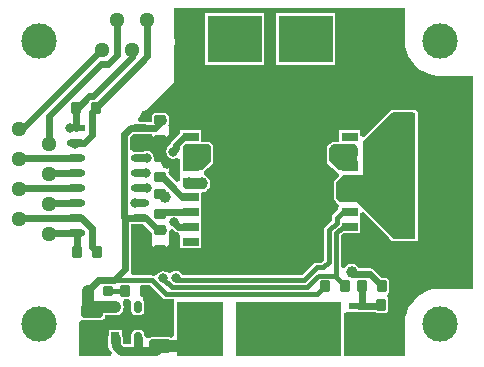
<source format=gtl>
G04*
G04 #@! TF.GenerationSoftware,Altium Limited,Altium Designer,18.1.7 (191)*
G04*
G04 Layer_Physical_Order=1*
G04 Layer_Color=255*
%FSLAX24Y24*%
%MOIN*%
G70*
G01*
G75*
%ADD34R,0.1575X0.1811*%
G04:AMPARAMS|DCode=35|XSize=70.9mil|YSize=45.3mil|CornerRadius=5.7mil|HoleSize=0mil|Usage=FLASHONLY|Rotation=0.000|XOffset=0mil|YOffset=0mil|HoleType=Round|Shape=RoundedRectangle|*
%AMROUNDEDRECTD35*
21,1,0.0709,0.0340,0,0,0.0*
21,1,0.0595,0.0453,0,0,0.0*
1,1,0.0113,0.0298,-0.0170*
1,1,0.0113,-0.0298,-0.0170*
1,1,0.0113,-0.0298,0.0170*
1,1,0.0113,0.0298,0.0170*
%
%ADD35ROUNDEDRECTD35*%
G04:AMPARAMS|DCode=36|XSize=31.5mil|YSize=39.4mil|CornerRadius=3.9mil|HoleSize=0mil|Usage=FLASHONLY|Rotation=180.000|XOffset=0mil|YOffset=0mil|HoleType=Round|Shape=RoundedRectangle|*
%AMROUNDEDRECTD36*
21,1,0.0315,0.0315,0,0,180.0*
21,1,0.0236,0.0394,0,0,180.0*
1,1,0.0079,-0.0118,0.0157*
1,1,0.0079,0.0118,0.0157*
1,1,0.0079,0.0118,-0.0157*
1,1,0.0079,-0.0118,-0.0157*
%
%ADD36ROUNDEDRECTD36*%
G04:AMPARAMS|DCode=37|XSize=39.4mil|YSize=35.4mil|CornerRadius=4.4mil|HoleSize=0mil|Usage=FLASHONLY|Rotation=270.000|XOffset=0mil|YOffset=0mil|HoleType=Round|Shape=RoundedRectangle|*
%AMROUNDEDRECTD37*
21,1,0.0394,0.0266,0,0,270.0*
21,1,0.0305,0.0354,0,0,270.0*
1,1,0.0089,-0.0133,-0.0153*
1,1,0.0089,-0.0133,0.0153*
1,1,0.0089,0.0133,0.0153*
1,1,0.0089,0.0133,-0.0153*
%
%ADD37ROUNDEDRECTD37*%
%ADD38R,0.1820X0.1780*%
%ADD39R,0.0650X0.0240*%
G04:AMPARAMS|DCode=40|XSize=31.5mil|YSize=31.5mil|CornerRadius=3.9mil|HoleSize=0mil|Usage=FLASHONLY|Rotation=0.000|XOffset=0mil|YOffset=0mil|HoleType=Round|Shape=RoundedRectangle|*
%AMROUNDEDRECTD40*
21,1,0.0315,0.0236,0,0,0.0*
21,1,0.0236,0.0315,0,0,0.0*
1,1,0.0079,0.0118,-0.0118*
1,1,0.0079,-0.0118,-0.0118*
1,1,0.0079,-0.0118,0.0118*
1,1,0.0079,0.0118,0.0118*
%
%ADD40ROUNDEDRECTD40*%
G04:AMPARAMS|DCode=41|XSize=39.4mil|YSize=26mil|CornerRadius=6.5mil|HoleSize=0mil|Usage=FLASHONLY|Rotation=90.000|XOffset=0mil|YOffset=0mil|HoleType=Round|Shape=RoundedRectangle|*
%AMROUNDEDRECTD41*
21,1,0.0394,0.0130,0,0,90.0*
21,1,0.0264,0.0260,0,0,90.0*
1,1,0.0130,0.0065,0.0132*
1,1,0.0130,0.0065,-0.0132*
1,1,0.0130,-0.0065,-0.0132*
1,1,0.0130,-0.0065,0.0132*
%
%ADD41ROUNDEDRECTD41*%
%ADD42R,0.0260X0.0394*%
G04:AMPARAMS|DCode=43|XSize=39.4mil|YSize=35.4mil|CornerRadius=4.4mil|HoleSize=0mil|Usage=FLASHONLY|Rotation=180.000|XOffset=0mil|YOffset=0mil|HoleType=Round|Shape=RoundedRectangle|*
%AMROUNDEDRECTD43*
21,1,0.0394,0.0266,0,0,180.0*
21,1,0.0305,0.0354,0,0,180.0*
1,1,0.0089,-0.0153,0.0133*
1,1,0.0089,0.0153,0.0133*
1,1,0.0089,0.0153,-0.0133*
1,1,0.0089,-0.0153,-0.0133*
%
%ADD43ROUNDEDRECTD43*%
%ADD44O,0.0610X0.0236*%
%ADD45R,0.0610X0.0236*%
%ADD46R,0.1811X0.1575*%
%ADD47R,0.0551X0.0276*%
%ADD48C,0.0236*%
%ADD49C,0.0394*%
%ADD50C,0.0315*%
%ADD51C,0.0157*%
%ADD52C,0.0512*%
%ADD53C,0.1181*%
G04:AMPARAMS|DCode=54|XSize=78.7mil|YSize=78.7mil|CornerRadius=9.8mil|HoleSize=0mil|Usage=FLASHONLY|Rotation=0.000|XOffset=0mil|YOffset=0mil|HoleType=Round|Shape=RoundedRectangle|*
%AMROUNDEDRECTD54*
21,1,0.0787,0.0591,0,0,0.0*
21,1,0.0591,0.0787,0,0,0.0*
1,1,0.0197,0.0295,-0.0295*
1,1,0.0197,-0.0295,-0.0295*
1,1,0.0197,-0.0295,0.0295*
1,1,0.0197,0.0295,0.0295*
%
%ADD54ROUNDEDRECTD54*%
%ADD55C,0.0787*%
%ADD56C,0.0394*%
%ADD57C,0.0315*%
G36*
X11733Y7165D02*
X11811Y7087D01*
X11811Y6299D01*
X11181D01*
X10866Y6614D01*
X10866Y7048D01*
X10984Y7165D01*
X11733Y7165D01*
D02*
G37*
G36*
X6929Y7087D02*
Y6614D01*
X6614Y6299D01*
X5984Y6299D01*
X5984Y7076D01*
X6074Y7165D01*
X6850Y7165D01*
X6929Y7087D01*
D02*
G37*
G36*
X6693Y6063D02*
X6811Y5945D01*
X6811Y5787D01*
X6693Y5670D01*
X6102D01*
X5984Y5787D01*
Y6063D01*
X6693Y6063D01*
D02*
G37*
G36*
X13740Y4016D02*
X13032Y4016D01*
X11902Y5145D01*
Y5148D01*
X11900D01*
X11811Y5236D01*
X11220Y5236D01*
X11102Y5354D01*
X11102Y5906D01*
X11339Y6142D01*
X12008D01*
X12008Y7283D01*
X12953Y8228D01*
X13740Y8228D01*
X13740Y4016D01*
D02*
G37*
G36*
X13386Y10630D02*
X13388Y10553D01*
X13409Y10400D01*
X13449Y10250D01*
X13508Y10108D01*
X13585Y9974D01*
X13679Y9851D01*
X13788Y9742D01*
X13911Y9648D01*
X14045Y9571D01*
X14187Y9512D01*
X14337Y9472D01*
X14490Y9451D01*
X14567Y9449D01*
X15648Y9449D01*
Y2362D01*
X14567Y2362D01*
X14567Y2362D01*
X14490Y2360D01*
X14336Y2339D01*
X14187Y2299D01*
X14045Y2240D01*
X13911Y2163D01*
X13788Y2069D01*
X13679Y1960D01*
X13585Y1837D01*
X13508Y1703D01*
X13449Y1561D01*
X13409Y1412D01*
X13388Y1258D01*
X13386Y1181D01*
Y100D01*
X11356D01*
Y1557D01*
X11466Y1575D01*
Y1575D01*
X11860D01*
X11870Y1573D01*
X12418D01*
X12434Y1562D01*
X12480Y1553D01*
X12717D01*
X12763Y1562D01*
X12802Y1588D01*
X12828Y1627D01*
X12837Y1673D01*
Y1988D01*
X12828Y2034D01*
X12814Y2055D01*
X12808Y2099D01*
X12832Y2195D01*
X12840Y2200D01*
X12867Y2240D01*
X12876Y2288D01*
Y2594D01*
X12867Y2642D01*
X12840Y2682D01*
X12799Y2709D01*
X12751Y2719D01*
X12624D01*
X12366Y2977D01*
X12301Y3020D01*
X12224Y3035D01*
X11862D01*
X11855Y3052D01*
X11811Y3110D01*
X11753Y3154D01*
X11686Y3182D01*
X11614Y3191D01*
X11542Y3182D01*
X11475Y3154D01*
X11418Y3110D01*
X11373Y3052D01*
X11372Y3049D01*
X11254Y3072D01*
Y4137D01*
X11331Y4215D01*
X11902D01*
Y4648D01*
X11902Y4648D01*
Y4715D01*
X11902D01*
X11902Y4766D01*
Y4877D01*
X12011Y4923D01*
X12859Y4075D01*
X12865Y4045D01*
X12904Y3986D01*
X12962Y3947D01*
X13031Y3934D01*
X13622D01*
X13632Y3935D01*
X13740D01*
X13771Y3942D01*
X13797Y3959D01*
X13814Y3985D01*
X13820Y4016D01*
X13820Y8224D01*
X13820Y8228D01*
X13820Y8228D01*
X13814Y8259D01*
X13797Y8285D01*
X13771Y8303D01*
X13740Y8309D01*
X13740Y8309D01*
X13736Y8309D01*
X13632D01*
X13622Y8311D01*
X13031D01*
X13022Y8309D01*
X12953D01*
X12953Y8309D01*
X12922Y8303D01*
X12896Y8285D01*
X12896Y8285D01*
X12020Y7409D01*
X11902Y7458D01*
Y7648D01*
X11193D01*
Y7245D01*
X11072Y7245D01*
X11063Y7246D01*
X11054Y7245D01*
X10984D01*
X10953Y7239D01*
X10927Y7222D01*
X10927Y7222D01*
X10884Y7178D01*
X10866Y7165D01*
X10853Y7148D01*
X10810Y7104D01*
X10792Y7078D01*
X10786Y7048D01*
Y6977D01*
X10785Y6969D01*
X10786Y6960D01*
X10786Y6614D01*
X10792Y6583D01*
X10810Y6557D01*
X10810Y6557D01*
X10971Y6395D01*
X10985Y6378D01*
X11002Y6365D01*
X11124Y6242D01*
X11124Y6242D01*
X11129Y6239D01*
X11183Y6163D01*
X11184Y6104D01*
X11184Y6100D01*
X11046Y5962D01*
X11028Y5936D01*
X11022Y5906D01*
X11022Y5439D01*
X11021Y5433D01*
X11022Y5427D01*
Y5354D01*
X11022Y5354D01*
X11028Y5324D01*
X11046Y5298D01*
X11090Y5254D01*
X11103Y5237D01*
X11110Y5231D01*
X11191Y5150D01*
X11191Y5111D01*
X11172Y5011D01*
X11001Y4840D01*
X10966Y4788D01*
X10954Y4726D01*
X10954Y4726D01*
Y4625D01*
X10744Y4415D01*
X10709Y4363D01*
X10697Y4301D01*
X10697Y4301D01*
Y3325D01*
X10603Y3231D01*
X10453D01*
X10392Y3219D01*
X10340Y3184D01*
X10340Y3184D01*
X9954Y2798D01*
X5973D01*
X5971Y2809D01*
X5918Y2887D01*
X5840Y2939D01*
X5748Y2957D01*
X5656Y2939D01*
X5623Y2917D01*
X5553Y2892D01*
X5453Y2913D01*
X5430Y2928D01*
X5338Y2947D01*
X5246Y2928D01*
X5168Y2876D01*
X5144Y2841D01*
X5110Y2798D01*
X4994Y2792D01*
X4961Y2798D01*
X4961Y2798D01*
X4308D01*
X4245Y2916D01*
X4250Y2925D01*
X4266Y3002D01*
Y4516D01*
X4671D01*
X4958Y4228D01*
Y4178D01*
X4966Y4139D01*
X4961Y4134D01*
Y3819D01*
X5039Y3740D01*
X5433D01*
X5512Y3819D01*
Y4134D01*
X5506Y4139D01*
X5514Y4178D01*
Y4271D01*
X5599Y4334D01*
X5616Y4338D01*
X5632Y4341D01*
X5655Y4337D01*
X5703Y4289D01*
X5768Y4246D01*
X5820Y4235D01*
X5872Y4173D01*
X5893Y4129D01*
X5893Y4096D01*
Y3715D01*
X6602D01*
Y4096D01*
X6602Y4181D01*
X6602Y4266D01*
Y4596D01*
X6602Y4648D01*
X6602D01*
Y4715D01*
X6602D01*
Y5148D01*
X6602D01*
Y5215D01*
X6602D01*
Y5472D01*
X6614Y5588D01*
X6623Y5589D01*
X6693D01*
X6724Y5595D01*
X6750Y5613D01*
X6750Y5613D01*
X6794Y5656D01*
X6811Y5670D01*
X6824Y5687D01*
X6867Y5730D01*
X6885Y5756D01*
X6891Y5787D01*
Y5858D01*
X6892Y5866D01*
X6891Y5875D01*
Y5945D01*
X6891Y5945D01*
X6885Y5976D01*
X6867Y6002D01*
X6867Y6002D01*
X6824Y6046D01*
X6811Y6063D01*
X6794Y6076D01*
X6750Y6120D01*
X6750Y6120D01*
X6724Y6137D01*
X6695Y6194D01*
X6691Y6210D01*
X6690Y6261D01*
X6794Y6365D01*
X6811Y6378D01*
X6824Y6395D01*
X6986Y6557D01*
X7003Y6583D01*
X7009Y6614D01*
Y6962D01*
X7010Y6969D01*
X7009Y6975D01*
Y7087D01*
X7009Y7087D01*
X7003Y7117D01*
X6986Y7143D01*
X6986Y7143D01*
X6907Y7222D01*
X6881Y7240D01*
X6850Y7246D01*
X6739D01*
X6732Y7246D01*
X6726Y7246D01*
X6602D01*
Y7648D01*
X5893D01*
Y7552D01*
X5633Y7292D01*
X5590Y7227D01*
X5574Y7150D01*
Y7150D01*
X5499Y7099D01*
X5447Y7021D01*
X5428Y6929D01*
X5447Y6837D01*
X5499Y6759D01*
X5577Y6707D01*
X5669Y6688D01*
X5761Y6707D01*
X5775Y6716D01*
X5809Y6715D01*
X5893Y6666D01*
Y6648D01*
X5893D01*
Y6266D01*
X5893Y6181D01*
X5893Y6096D01*
Y5961D01*
X5775Y5912D01*
X5620Y6067D01*
X5603Y6078D01*
X5514Y6167D01*
Y6216D01*
X5506Y6255D01*
X5512Y6260D01*
Y6575D01*
X5433Y6654D01*
X5136D01*
X5028Y6717D01*
X5010Y6809D01*
X4958Y6887D01*
X4880Y6939D01*
X4787Y6957D01*
X4695Y6939D01*
X4663Y6917D01*
X4380D01*
X4354Y6912D01*
X4250Y6980D01*
X4236Y6999D01*
Y7417D01*
X4335Y7516D01*
X4961D01*
Y7480D01*
X5039Y7402D01*
X5433D01*
X5512Y7480D01*
Y7795D01*
X5506Y7801D01*
X5514Y7840D01*
Y7965D01*
X5516Y7972D01*
X5514Y7980D01*
Y8105D01*
X5505Y8153D01*
X5477Y8194D01*
X5437Y8221D01*
X5389Y8231D01*
X5084D01*
X5036Y8221D01*
X4995Y8194D01*
X4968Y8153D01*
X4958Y8105D01*
Y7917D01*
X4528D01*
X4483Y8026D01*
X5709Y9252D01*
X5709Y10469D01*
X5719Y10493D01*
X5732Y10591D01*
X5719Y10688D01*
X5709Y10712D01*
X5709Y11711D01*
X13386D01*
Y10630D01*
D02*
G37*
G36*
X4965Y2406D02*
X4965Y2406D01*
X5319Y2052D01*
X5372Y2017D01*
X5433Y2005D01*
X5433Y2005D01*
X5709D01*
Y768D01*
X5591Y728D01*
X5587Y730D01*
X5534Y741D01*
X4938D01*
X4886Y730D01*
X4847Y705D01*
X4809Y706D01*
X4723Y737D01*
X4711Y801D01*
X4700Y817D01*
Y841D01*
X4689Y897D01*
X4657Y944D01*
X4609Y976D01*
X4553Y987D01*
X4423D01*
X4367Y976D01*
X4320Y944D01*
X4288Y897D01*
X4277Y841D01*
Y817D01*
X4266Y801D01*
X4247Y709D01*
Y516D01*
X4024D01*
X3989Y552D01*
Y701D01*
X3971Y793D01*
X3949Y825D01*
Y984D01*
X3532D01*
Y822D01*
X3518Y801D01*
X3499Y709D01*
X3507Y669D01*
Y452D01*
X3526Y360D01*
X3578Y282D01*
X3641Y218D01*
X3592Y100D01*
X2520D01*
Y1230D01*
X2543Y1254D01*
X2638Y1310D01*
X2655Y1306D01*
X3250D01*
X3303Y1317D01*
X3348Y1347D01*
X3378Y1392D01*
X3388Y1444D01*
Y1466D01*
X3673D01*
X3675Y1466D01*
X3805D01*
X3861Y1477D01*
X3909Y1509D01*
X3933Y1544D01*
X3937Y1548D01*
X3981Y1605D01*
X4009Y1672D01*
X4018Y1744D01*
X4009Y1816D01*
X3981Y1883D01*
X3978Y1887D01*
X4036Y2005D01*
X4195D01*
X4227Y1980D01*
X4273Y1920D01*
X4279Y1890D01*
X4277Y1876D01*
Y1612D01*
X4288Y1556D01*
X4320Y1509D01*
X4367Y1477D01*
X4423Y1466D01*
X4553D01*
X4609Y1477D01*
X4657Y1509D01*
X4689Y1556D01*
X4700Y1612D01*
Y1876D01*
X4689Y1932D01*
X4657Y1980D01*
X4646Y2087D01*
Y2477D01*
X4894D01*
X4965Y2406D01*
D02*
G37*
G36*
X11260Y118D02*
X7756D01*
Y1929D01*
X11260D01*
Y118D01*
D02*
G37*
%LPC*%
G36*
X11063Y11535D02*
X9094D01*
Y9803D01*
X11063D01*
Y11535D01*
D02*
G37*
G36*
X8701D02*
X6732D01*
Y9803D01*
X8701D01*
Y11535D01*
D02*
G37*
%LPD*%
D34*
X6575Y1024D02*
D03*
X8543D02*
D03*
D35*
X2953Y433D02*
D03*
Y1614D02*
D03*
X5236Y433D02*
D03*
Y1614D02*
D03*
D36*
X12598Y1831D02*
D03*
Y374D02*
D03*
D37*
X11949Y2441D02*
D03*
X12618D02*
D03*
X11398D02*
D03*
X10728D02*
D03*
X4744Y2283D02*
D03*
X4075D02*
D03*
X2461Y3583D02*
D03*
X3130D02*
D03*
X3091Y8386D02*
D03*
X2421D02*
D03*
D38*
X10367Y1024D02*
D03*
D39*
X11870Y1774D02*
D03*
Y1274D02*
D03*
Y774D02*
D03*
Y274D02*
D03*
D40*
X2815Y2283D02*
D03*
X3484D02*
D03*
D41*
X4488Y1744D02*
D03*
X3740D02*
D03*
X4488Y709D02*
D03*
X4114D02*
D03*
D42*
X3740D02*
D03*
D43*
X5236Y3642D02*
D03*
Y4311D02*
D03*
Y5531D02*
D03*
Y4862D02*
D03*
Y6083D02*
D03*
Y6752D02*
D03*
Y7303D02*
D03*
Y7972D02*
D03*
D44*
X4567Y4217D02*
D03*
Y4717D02*
D03*
Y5217D02*
D03*
Y5717D02*
D03*
Y6217D02*
D03*
Y6717D02*
D03*
Y7217D02*
D03*
Y7717D02*
D03*
X2441Y4217D02*
D03*
Y4717D02*
D03*
Y5217D02*
D03*
Y5717D02*
D03*
Y6217D02*
D03*
Y6717D02*
D03*
Y7217D02*
D03*
D45*
Y7717D02*
D03*
D46*
X7717Y10669D02*
D03*
X10079D02*
D03*
D47*
X11548Y3931D02*
D03*
Y4431D02*
D03*
Y4931D02*
D03*
Y5431D02*
D03*
Y5931D02*
D03*
Y6431D02*
D03*
Y6931D02*
D03*
Y7431D02*
D03*
Y7931D02*
D03*
Y8431D02*
D03*
X6248D02*
D03*
Y7931D02*
D03*
Y7431D02*
D03*
Y6931D02*
D03*
Y6431D02*
D03*
Y5931D02*
D03*
Y5431D02*
D03*
Y4931D02*
D03*
Y4431D02*
D03*
Y3931D02*
D03*
X8898Y6181D02*
D03*
D48*
X5709Y4567D02*
X5844Y4431D01*
X6248D01*
X5775Y7150D02*
X6066Y7441D01*
X5775Y7035D02*
Y7150D01*
X5669Y6929D02*
X5775Y7035D01*
X6066Y7441D02*
X6234D01*
X535Y4673D02*
X579Y4717D01*
X2441D01*
X535Y5673D02*
X579Y5717D01*
X2441D01*
X535Y6673D02*
X579Y6717D01*
X2441D01*
X1535Y6173D02*
X1579Y6217D01*
X2441D01*
X2421Y8386D02*
X2441Y8366D01*
Y7217D02*
X2689D01*
X2953Y7480D01*
Y8248D01*
X3091Y8386D01*
X1535Y7173D02*
Y8126D01*
X535Y7673D02*
X637D01*
X2421Y8386D02*
X2475D01*
X2717Y8627D01*
Y8638D01*
X2858Y8780D01*
X4803Y10098D02*
Y11299D01*
X3091Y8386D02*
X4803Y10098D01*
X637Y7673D02*
X3263Y10299D01*
X3303D01*
X1535Y8126D02*
X3255Y9846D01*
X3491D01*
X3803Y10159D01*
Y11299D01*
X2858Y8780D02*
X2992D01*
X4303Y10091D01*
Y10299D01*
X2402Y7177D02*
X2441Y7217D01*
X1535Y4173D02*
X1579Y4217D01*
X2441D01*
X2461Y3583D02*
Y4197D01*
X2441Y4217D02*
X2461Y4197D01*
X2441Y4717D02*
X2606D01*
X2953Y4370D01*
Y3760D02*
Y4370D01*
Y3760D02*
X3130Y3583D01*
X5709Y5689D02*
X5967Y5431D01*
X6248D01*
X5315Y4862D02*
X5384Y4931D01*
X6248D01*
X4567Y7717D02*
X5059D01*
X6238Y7441D02*
X6248Y7431D01*
X11870Y1774D02*
X11949Y1852D01*
Y2441D01*
X11870Y1774D02*
X12598D01*
X6234Y7441D02*
X6236Y7439D01*
X5315Y6083D02*
X5472Y5925D01*
X5478D01*
X5709Y5695D01*
Y5689D02*
Y5695D01*
X6236Y7439D02*
X6238Y7441D01*
X11614Y2913D02*
X11693Y2835D01*
X12224D01*
X12618Y2441D01*
X4252Y7717D02*
X4567D01*
X4073Y4717D02*
X4567D01*
X4065Y4724D02*
X4073Y4717D01*
X4065Y3002D02*
Y4724D01*
X3701Y2638D02*
X4065Y3002D01*
X3169Y2638D02*
X3701D01*
X2815Y2283D02*
X3169Y2638D01*
X4754Y4717D02*
X5159Y4311D01*
X4567Y4717D02*
X4754D01*
X1579Y5217D02*
X2441D01*
X1535Y5173D02*
X1579Y5217D01*
X4035Y4754D02*
X4065Y4724D01*
X4035Y4754D02*
Y7500D01*
X4252Y7717D01*
X5159Y4311D02*
X5236D01*
X5315D01*
X5059Y7717D02*
X5315Y7972D01*
X2441Y7717D02*
Y8366D01*
D49*
X3083Y1744D02*
X3740D01*
X2953Y1614D02*
X3083Y1744D01*
X6575Y433D02*
Y1024D01*
X2815Y1752D02*
Y2283D01*
Y1752D02*
X2953Y1614D01*
X5236Y433D02*
X6575D01*
D50*
X4567Y276D02*
X5079D01*
X3924D02*
X4567D01*
X4488Y354D02*
X4567Y276D01*
X4488Y354D02*
Y709D01*
X3740D02*
X3748Y701D01*
Y452D02*
Y701D01*
Y452D02*
X3924Y276D01*
X5079D02*
X5236Y433D01*
D51*
X5315Y4862D02*
Y4931D01*
X6248Y7431D02*
Y7441D01*
X11093Y4204D02*
X11321Y4431D01*
X11548D01*
X3484Y2283D02*
X4075D01*
X4567Y6217D02*
X4760D01*
X4390Y5217D02*
X4567D01*
X3701Y2638D02*
X4961D01*
X5079Y2520D01*
Y2520D02*
Y2520D01*
Y2520D02*
X5433Y2165D01*
X5338Y2681D02*
Y2706D01*
Y2681D02*
X5618Y2402D01*
X10669Y3071D02*
X10857Y3259D01*
Y4301D01*
X11115Y4559D01*
Y4726D01*
X11319Y4931D01*
X11548D01*
X5748Y2717D02*
X5827Y2638D01*
X5433Y2165D02*
X10453D01*
X10728Y2441D01*
X5618Y2402D02*
X10118D01*
X5827Y2638D02*
X10020D01*
X10453Y3071D01*
X10669D01*
X10118Y2402D02*
X10462Y2745D01*
X10462D01*
X10512Y2795D01*
X11043D01*
X11093Y2745D02*
Y4204D01*
Y2745D02*
X11398Y2441D01*
D52*
X3303Y10299D02*
D03*
X3803Y11299D02*
D03*
X4303Y10299D02*
D03*
X4803Y11299D02*
D03*
X1535Y4173D02*
D03*
X535Y4673D02*
D03*
X1535Y5173D02*
D03*
X535Y5673D02*
D03*
X1535Y6173D02*
D03*
X535Y6673D02*
D03*
X1535Y7173D02*
D03*
X535Y7673D02*
D03*
D53*
X1181Y10630D02*
D03*
X14567D02*
D03*
Y1181D02*
D03*
X1181D02*
D03*
D54*
X13327Y7835D02*
D03*
Y4409D02*
D03*
D55*
X14705Y7835D02*
D03*
Y4409D02*
D03*
D56*
X12992Y11417D02*
D03*
X11811D02*
D03*
X6024D02*
D03*
X8898Y6181D02*
D03*
X13150Y354D02*
D03*
X12638D02*
D03*
X12126D02*
D03*
X11614D02*
D03*
X13150Y827D02*
D03*
X12638D02*
D03*
X12126D02*
D03*
X11614D02*
D03*
X13150Y1299D02*
D03*
X12638D02*
D03*
X12126D02*
D03*
X11614D02*
D03*
X11732Y5433D02*
D03*
X11299D02*
D03*
X11417Y5827D02*
D03*
X11850D02*
D03*
X7087Y1654D02*
D03*
X6575D02*
D03*
X6063D02*
D03*
X11063Y6969D02*
D03*
X11181Y6575D02*
D03*
X11614D02*
D03*
X11496Y6969D02*
D03*
X10709Y10157D02*
D03*
X6181Y6575D02*
D03*
X6063Y394D02*
D03*
X5472Y1614D02*
D03*
X5000D02*
D03*
X3189Y394D02*
D03*
X2717D02*
D03*
X8898Y5394D02*
D03*
Y4606D02*
D03*
Y3819D02*
D03*
Y6969D02*
D03*
Y7756D02*
D03*
Y8543D02*
D03*
X8110Y6181D02*
D03*
X9685D02*
D03*
X8110Y6969D02*
D03*
Y7756D02*
D03*
Y8543D02*
D03*
X9685Y6969D02*
D03*
Y7756D02*
D03*
Y8543D02*
D03*
X8110Y5394D02*
D03*
Y4606D02*
D03*
Y3819D02*
D03*
X9685D02*
D03*
Y4606D02*
D03*
Y5394D02*
D03*
X8504Y4213D02*
D03*
X9291D02*
D03*
X10079D02*
D03*
X7717D02*
D03*
Y5000D02*
D03*
X8504D02*
D03*
X9291D02*
D03*
X10079D02*
D03*
X7717Y5787D02*
D03*
X8504D02*
D03*
X9291D02*
D03*
X10079D02*
D03*
X7717Y6575D02*
D03*
X8504D02*
D03*
X9291D02*
D03*
X10079D02*
D03*
X7717Y7362D02*
D03*
X8504D02*
D03*
X9291D02*
D03*
X10079D02*
D03*
X7717Y8150D02*
D03*
X8504D02*
D03*
X9291D02*
D03*
X10079D02*
D03*
X4646Y3740D02*
D03*
X5000Y3150D02*
D03*
X4764Y8110D02*
D03*
X5630Y8701D02*
D03*
X5394Y5413D02*
D03*
X5472Y6535D02*
D03*
X11614Y2913D02*
D03*
X6181Y5866D02*
D03*
X6732Y6969D02*
D03*
X6614Y6575D02*
D03*
X6299Y6969D02*
D03*
X6614Y5866D02*
D03*
X15354Y2756D02*
D03*
X13543Y2795D02*
D03*
X15354Y5906D02*
D03*
Y9055D02*
D03*
X13386Y9449D02*
D03*
X12205D02*
D03*
Y8268D02*
D03*
X14173Y5906D02*
D03*
X6575Y1024D02*
D03*
X7087D02*
D03*
X6063D02*
D03*
X7087Y394D02*
D03*
X6575D02*
D03*
X13189Y1850D02*
D03*
X13583Y2244D02*
D03*
X13150Y2402D02*
D03*
X10709Y10669D02*
D03*
X10079Y10157D02*
D03*
X9449Y11181D02*
D03*
Y10669D02*
D03*
Y10157D02*
D03*
X10079Y11181D02*
D03*
X10709D02*
D03*
X10079Y10669D02*
D03*
X7717Y11181D02*
D03*
Y10157D02*
D03*
X7087Y10669D02*
D03*
X7087Y10157D02*
D03*
Y11181D02*
D03*
X8346Y10157D02*
D03*
Y11181D02*
D03*
Y10669D02*
D03*
X7717D02*
D03*
D57*
X4787Y6717D02*
D03*
X2402Y7177D02*
D03*
X2244Y7717D02*
D03*
X4760Y6217D02*
D03*
X5669Y6929D02*
D03*
X5709Y4567D02*
D03*
X4795Y5717D02*
D03*
X4390Y5217D02*
D03*
X5338Y2706D02*
D03*
X5748Y2717D02*
D03*
M02*

</source>
